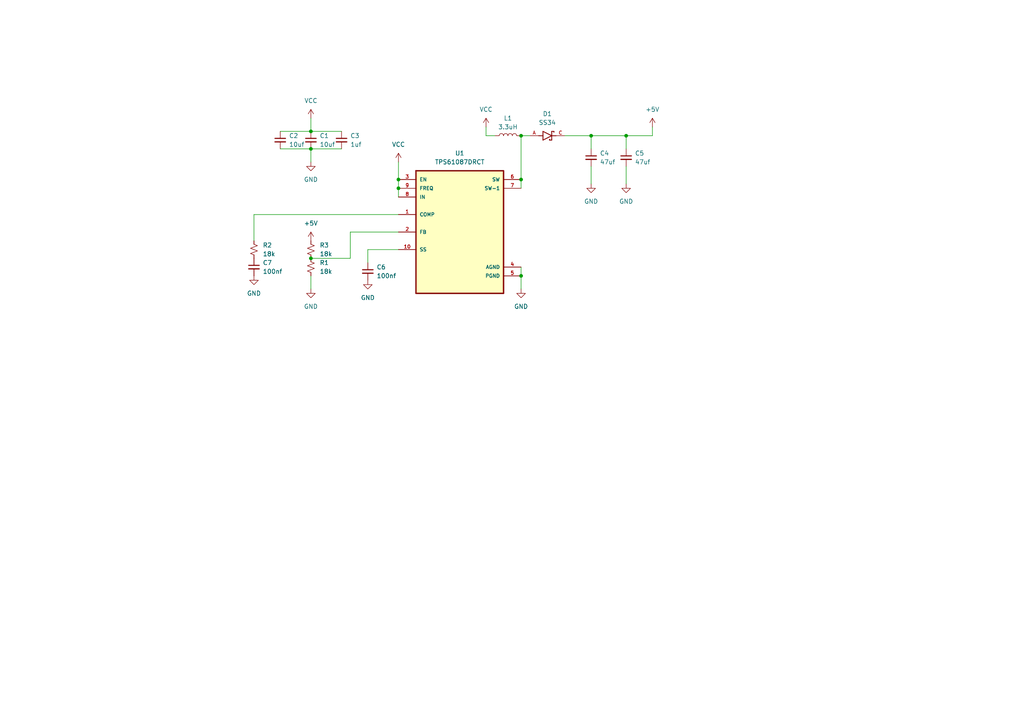
<source format=kicad_sch>
(kicad_sch (version 20230121) (generator eeschema)
  (paper "A4")
  (lib_symbols
    (symbol "Device:C_Small" (pin_numbers hide) (pin_names (offset 0.254) hide)
      (property "Reference" "C" (at 0.254 1.778 0))
      (property "Value" "C_Small" (at 0.254 -2.032 0))
      (symbol "C_Small_0_1"
        (polyline (pts (xy -1.524 -0.508) (xy 1.524 -0.508)) (stroke (width 0.3302)))
        (polyline (pts (xy -1.524 0.508) (xy 1.524 0.508)) (stroke (width 0.3048)))
      )
      (symbol "C_Small_1_1"
        (pin passive line (at 0 2.54 270) (length 2.032) (name "~") (number "1"))
        (pin passive line (at 0 -2.54 90) (length 2.032) (name "~") (number "2"))
      )
    )
    (symbol "Device:L" (pin_numbers hide) (pin_names (offset 1.016) hide)
      (property "Reference" "L" (at -1.27 0 90))
      (property "Value" "L" (at 1.905 0 90))
      (symbol "L_0_1"
        (arc (start 0 -2.54) (mid 0.6323 -1.905) (end 0 -1.27))
        (arc (start 0 -1.27) (mid 0.6323 -0.635) (end 0 0))
        (arc (start 0 0) (mid 0.6323 0.635) (end 0 1.27))
        (arc (start 0 1.27) (mid 0.6323 1.905) (end 0 2.54))
      )
      (symbol "L_1_1"
        (pin passive line (at 0 3.81 270) (length 1.27) (name "1") (number "1"))
        (pin passive line (at 0 -3.81 90) (length 1.27) (name "2") (number "2"))
      )
    )
    (symbol "Device:R_Small_US" (pin_numbers hide) (pin_names (offset 0.254) hide)
      (property "Reference" "R" (at 0.762 0.508 0))
      (property "Value" "R_Small_US" (at 0.762 -1.016 0))
      (symbol "R_Small_US_1_1"
        (polyline (pts (xy 0 0) (xy 1.016 -0.381) (xy 0 -0.762) (xy -1.016 -1.143) (xy 0 -1.524)))
        (polyline (pts (xy 0 1.524) (xy 1.016 1.143) (xy 0 0.762) (xy -1.016 0.381) (xy 0 0)))
        (pin passive line (at 0 2.54 270) (length 1.016) (name "~") (number "1"))
        (pin passive line (at 0 -2.54 90) (length 1.016) (name "~") (number "2"))
      )
    )
    (symbol "SS34:SS34" (pin_names (offset 1.016))
      (property "Reference" "D" (at -5.08 2.54 0))
      (property "Value" "SS34" (at -5.08 -3.81 0))
      (symbol "SS34_0_0"
        (polyline (pts (xy -2.54 0) (xy -1.27 0)) (stroke (width 0.254)))
        (polyline (pts (xy -1.27 -1.27) (xy 1.27 0)) (stroke (width 0.254)))
        (polyline (pts (xy -1.27 0) (xy -1.27 -1.27)) (stroke (width 0.254)))
        (polyline (pts (xy -1.27 1.27) (xy -1.27 0)) (stroke (width 0.254)))
        (polyline (pts (xy 0.635 -1.016) (xy 0.635 -1.27)) (stroke (width 0.254)))
        (polyline (pts (xy 1.27 -1.27) (xy 0.635 -1.27)) (stroke (width 0.254)))
        (polyline (pts (xy 1.27 0) (xy -1.27 1.27)) (stroke (width 0.254)))
        (polyline (pts (xy 1.27 0) (xy 1.27 -1.27)) (stroke (width 0.254)))
        (polyline (pts (xy 1.27 1.27) (xy 1.27 0)) (stroke (width 0.254)))
        (polyline (pts (xy 1.905 1.27) (xy 1.27 1.27)) (stroke (width 0.254)))
        (polyline (pts (xy 1.905 1.27) (xy 1.905 1.016)) (stroke (width 0.254)))
        (polyline (pts (xy 2.54 0) (xy 1.27 0)) (stroke (width 0.254)))
        (pin passive line (at -5.08 0 0) (length 2.54) (name "~") (number "A"))
        (pin passive line (at 5.08 0 180) (length 2.54) (name "~") (number "C"))
      )
    )
    (symbol "TPS61087DRCT:TPS61087DRCT" (pin_names (offset 1.016))
      (property "Reference" "U" (at -12.7 18.78 0))
      (property "Value" "TPS61087DRCT" (at -12.7 -21.78 0))
      (symbol "TPS61087DRCT_0_0"
        (rectangle (start -12.7 -17.78) (end 12.7 17.78) (stroke (width 0.41)) (fill (type background)))
        (pin bidirectional line (at -17.78 5.08 0) (length 5.08) (name "COMP") (number "1"))
        (pin bidirectional line (at -17.78 -5.08 0) (length 5.08) (name "SS") (number "10"))
        (pin bidirectional line (at -17.78 0 0) (length 5.08) (name "FB") (number "2"))
        (pin input line (at -17.78 15.24 0) (length 5.08) (name "EN") (number "3"))
        (pin power_in line (at 17.78 -10.16 180) (length 5.08) (name "AGND") (number "4"))
        (pin power_in line (at 17.78 -12.7 180) (length 5.08) (name "PGND") (number "5"))
        (pin output line (at 17.78 15.24 180) (length 5.08) (name "SW") (number "6"))
        (pin output line (at 17.78 12.7 180) (length 5.08) (name "SW-1") (number "7"))
        (pin input line (at -17.78 10.16 0) (length 5.08) (name "IN") (number "8"))
        (pin input line (at -17.78 12.7 0) (length 5.08) (name "FREQ") (number "9"))
      )
    )
    (symbol "power:+5V" (power) (pin_names (offset 0))
      (property "Value" "+5V" (at 0 3.556 0))
      (symbol "+5V_0_1"
        (polyline (pts (xy -0.762 1.27) (xy 0 2.54)))
        (polyline (pts (xy 0 0) (xy 0 2.54)))
        (polyline (pts (xy 0 2.54) (xy 0.762 1.27)))
      )
      (symbol "+5V_1_1"
        (pin power_in line (at 0 0 90) (length 0) hide (name "+5V") (number "1"))
      )
    )
    (symbol "power:GND" (power) (pin_names (offset 0))
      (property "Value" "GND" (at 0 -3.81 0))
      (symbol "GND_0_1"
        (polyline (pts (xy 0 0) (xy 0 -1.27) (xy 1.27 -1.27) (xy 0 -2.54) (xy -1.27 -1.27) (xy 0 -1.27)))
      )
      (symbol "GND_1_1"
        (pin power_in line (at 0 0 270) (length 0) hide (name "GND") (number "1"))
      )
    )
    (symbol "power:VCC" (power) (pin_names (offset 0))
      (property "Value" "VCC" (at 0 3.81 0))
      (symbol "VCC_0_1"
        (polyline (pts (xy -0.762 1.27) (xy 0 2.54)))
        (polyline (pts (xy 0 0) (xy 0 2.54)))
        (polyline (pts (xy 0 2.54) (xy 0.762 1.27)))
      )
      (symbol "VCC_1_1"
        (pin power_in line (at 0 0 90) (length 0) hide (name "VCC") (number "1"))
      )
    )
  )
  (junction (at 90.17 38.1))
  (junction (at 90.17 43.18))
  (junction (at 151.13 52.07))
  (junction (at 181.61 39.37))
  (junction (at 90.17 74.93))
  (junction (at 115.57 52.07))
  (junction (at 171.45 39.37))
  (junction (at 151.13 80.01))
  (junction (at 115.57 54.61))
  (junction (at 151.13 39.37))
  (wire (pts (xy 115.57 46.99) (xy 115.57 52.07)))
  (wire (pts (xy 106.68 76.2) (xy 106.68 72.39)))
  (wire (pts (xy 73.66 69.85) (xy 73.66 62.23)))
  (wire (pts (xy 151.13 77.47) (xy 151.13 80.01)))
  (wire (pts (xy 189.23 39.37) (xy 189.23 36.83)))
  (wire (pts (xy 151.13 52.07) (xy 151.13 54.61)))
  (wire (pts (xy 181.61 48.26) (xy 181.61 53.34)))
  (wire (pts (xy 73.66 62.23) (xy 115.57 62.23)))
  (wire (pts (xy 140.97 39.37) (xy 140.97 36.83)))
  (wire (pts (xy 181.61 39.37) (xy 181.61 43.18)))
  (wire (pts (xy 90.17 43.18) (xy 90.17 46.99)))
  (wire (pts (xy 163.83 39.37) (xy 171.45 39.37)))
  (wire (pts (xy 115.57 54.61) (xy 115.57 57.15)))
  (wire (pts (xy 151.13 39.37) (xy 153.67 39.37)))
  (wire (pts (xy 106.68 72.39) (xy 115.57 72.39)))
  (wire (pts (xy 151.13 39.37) (xy 151.13 52.07)))
  (wire (pts (xy 90.17 34.29) (xy 90.17 38.1)))
  (wire (pts (xy 115.57 52.07) (xy 115.57 54.61)))
  (wire (pts (xy 143.51 39.37) (xy 140.97 39.37)))
  (wire (pts (xy 101.6 67.31) (xy 101.6 74.93)))
  (wire (pts (xy 115.57 67.31) (xy 101.6 67.31)))
  (wire (pts (xy 90.17 38.1) (xy 99.06 38.1)))
  (wire (pts (xy 81.28 38.1) (xy 90.17 38.1)))
  (wire (pts (xy 101.6 74.93) (xy 90.17 74.93)))
  (wire (pts (xy 81.28 43.18) (xy 90.17 43.18)))
  (wire (pts (xy 151.13 80.01) (xy 151.13 83.82)))
  (wire (pts (xy 171.45 39.37) (xy 171.45 43.18)))
  (wire (pts (xy 171.45 39.37) (xy 181.61 39.37)))
  (wire (pts (xy 90.17 80.01) (xy 90.17 83.82)))
  (wire (pts (xy 171.45 48.26) (xy 171.45 53.34)))
  (wire (pts (xy 181.61 39.37) (xy 189.23 39.37)))
  (wire (pts (xy 90.17 43.18) (xy 99.06 43.18)))
  (symbol (lib_id "SS34:SS34") (at 158.75 39.37 0) (unit 1)
    (property "Reference" "D1" (at 158.75 33.02 0))
    (property "Value" "SS34" (at 158.75 35.56 0))
    (property "Footprint" "SS34:SS34" (effects hide))
    (property "MF" "Taiwan Semiconductor" (effects hide))
    (property "MAXIMUM_PACKAGE_HEIGHT" "2.65mm" (effects hide))
    (property "Package" "DO-214AB-2 Taiwan Semiconductor" (effects hide))
    (property "Price" "None" (effects hide))
    (property "Check_prices" "https://www.snapeda.com/parts/SS34/Taiwan+Semiconductor/view-part/?ref=eda" (effects hide))
    (property "STANDARD" "Manufacturer Recommendations" (effects hide))
    (property "PARTREV" "S2311" (effects hide))
    (property "SnapEDA_Link" "https://www.snapeda.com/parts/SS34/Taiwan+Semiconductor/view-part/?ref=snap" (effects hide))
    (property "MP" "SS34" (effects hide))
    (property "Purchase-URL" "https://www.snapeda.com/api/url_track_click_mouser/?unipart_id=4810221&manufacturer=Taiwan Semiconductor&part_name=SS34&search_term=ss34" (effects hide))
    (property "Description" "\n3A, 40V, Schottky Rectifier\n" (effects hide))
    (property "Availability" "In Stock" (effects hide))
    (property "MANUFACTURER" "Taiwan Semiconductor" (effects hide))
  )
  (symbol (lib_id "power:VCC") (at 115.57 46.99 0) (unit 1)
    (property "Reference" "#PWR01" (effects hide))
    (property "Value" "VCC" (at 115.57 41.91 0))
  )
  (symbol (lib_id "Device:R_Small_US") (at 90.17 72.39 0) (unit 1)
    (property "Reference" "R3" (at 92.71 71.12 0) (effects (justify left)))
    (property "Value" "18k" (at 92.71 73.66 0) (effects (justify left)))
    (property "Footprint" "Resistor_SMD:R_0805_2012Metric" (effects hide))
  )
  (symbol (lib_id "Device:L") (at 147.32 39.37 90) (unit 1)
    (property "Reference" "L1" (at 147.32 34.29 90))
    (property "Value" "3.3uH" (at 147.32 36.83 90))
    (property "Footprint" "CDRH104R:CDRH104R" (effects hide))
  )
  (symbol (lib_id "power:GND") (at 73.66 80.01 0) (unit 1)
    (property "Reference" "#PWR010" (effects hide))
    (property "Value" "GND" (at 73.66 85.09 0))
  )
  (symbol (lib_id "power:GND") (at 171.45 53.34 0) (unit 1)
    (property "Reference" "#PWR06" (effects hide))
    (property "Value" "GND" (at 171.45 58.42 0))
  )
  (symbol (lib_id "Device:C_Small") (at 106.68 78.74 0) (unit 1)
    (property "Reference" "C6" (at 109.22 77.4763 0) (effects (justify left)))
    (property "Value" "100nf" (at 109.22 80.0163 0) (effects (justify left)))
    (property "Footprint" "Capacitor_SMD:C_0805_2012Metric" (effects hide))
  )
  (symbol (lib_id "power:GND") (at 181.61 53.34 0) (unit 1)
    (property "Reference" "#PWR07" (effects hide))
    (property "Value" "GND" (at 181.61 58.42 0))
  )
  (symbol (lib_id "Device:R_Small_US") (at 90.17 77.47 0) (unit 1)
    (property "Reference" "R1" (at 92.71 76.2 0) (effects (justify left)))
    (property "Value" "18k" (at 92.71 78.74 0) (effects (justify left)))
    (property "Footprint" "Resistor_SMD:R_0805_2012Metric" (effects hide))
  )
  (symbol (lib_id "Device:C_Small") (at 171.45 45.72 0) (unit 1)
    (property "Reference" "C4" (at 173.99 44.4563 0) (effects (justify left)))
    (property "Value" "47uf" (at 173.99 46.9963 0) (effects (justify left)))
    (property "Footprint" "Capacitor_SMD:C_0805_2012Metric" (effects hide))
  )
  (symbol (lib_id "power:GND") (at 90.17 46.99 0) (unit 1)
    (property "Reference" "#PWR03" (effects hide))
    (property "Value" "GND" (at 90.17 52.07 0))
  )
  (symbol (lib_id "power:VCC") (at 90.17 34.29 0) (unit 1)
    (property "Reference" "#PWR02" (effects hide))
    (property "Value" "VCC" (at 90.17 29.21 0))
  )
  (symbol (lib_id "power:+5V") (at 189.23 36.83 0) (unit 1)
    (property "Reference" "#PWR09" (effects hide))
    (property "Value" "+5V" (at 189.23 31.75 0))
  )
  (symbol (lib_id "Device:C_Small") (at 99.06 40.64 0) (unit 1)
    (property "Reference" "C3" (at 101.6 39.3763 0) (effects (justify left)))
    (property "Value" "1uf" (at 101.6 41.9163 0) (effects (justify left)))
    (property "Footprint" "Capacitor_SMD:C_0805_2012Metric" (effects hide))
  )
  (symbol (lib_id "power:+5V") (at 90.17 69.85 0) (unit 1)
    (property "Reference" "#PWR012" (effects hide))
    (property "Value" "+5V" (at 90.17 64.77 0))
  )
  (symbol (lib_id "Device:R_Small_US") (at 73.66 72.39 0) (unit 1)
    (property "Reference" "R2" (at 76.2 71.12 0) (effects (justify left)))
    (property "Value" "18k" (at 76.2 73.66 0) (effects (justify left)))
    (property "Footprint" "Resistor_SMD:R_0805_2012Metric" (effects hide))
  )
  (symbol (lib_id "power:VCC") (at 140.97 36.83 0) (unit 1)
    (property "Reference" "#PWR05" (effects hide))
    (property "Value" "VCC" (at 140.97 31.75 0))
  )
  (symbol (lib_id "Device:C_Small") (at 81.28 40.64 0) (unit 1)
    (property "Reference" "C2" (at 83.82 39.3763 0) (effects (justify left)))
    (property "Value" "10uf" (at 83.82 41.9163 0) (effects (justify left)))
    (property "Footprint" "Capacitor_SMD:C_0805_2012Metric" (effects hide))
  )
  (symbol (lib_id "Device:C_Small") (at 90.17 40.64 0) (unit 1)
    (property "Reference" "C1" (at 92.71 39.3763 0) (effects (justify left)))
    (property "Value" "10uf" (at 92.71 41.9163 0) (effects (justify left)))
    (property "Footprint" "Capacitor_SMD:C_0805_2012Metric" (effects hide))
  )
  (symbol (lib_id "Device:C_Small") (at 181.61 45.72 0) (unit 1)
    (property "Reference" "C5" (at 184.15 44.4563 0) (effects (justify left)))
    (property "Value" "47uf" (at 184.15 46.9963 0) (effects (justify left)))
    (property "Footprint" "Capacitor_SMD:C_0805_2012Metric" (effects hide))
  )
  (symbol (lib_id "Device:C_Small") (at 73.66 77.47 0) (unit 1)
    (property "Reference" "C7" (at 76.2 76.2063 0) (effects (justify left)))
    (property "Value" "100nf" (at 76.2 78.7463 0) (effects (justify left)))
    (property "Footprint" "Capacitor_SMD:C_0805_2012Metric" (effects hide))
  )
  (symbol (lib_id "power:GND") (at 106.68 81.28 0) (unit 1)
    (property "Reference" "#PWR08" (effects hide))
    (property "Value" "GND" (at 106.68 86.36 0))
  )
  (symbol (lib_id "TPS61087DRCT:TPS61087DRCT") (at 133.35 67.31 0) (unit 1)
    (property "Reference" "U1" (at 133.35 44.45 0))
    (property "Value" "TPS61087DRCT" (at 133.35 46.99 0))
    (property "Footprint" "TPS61087DRCT:TPS61087DRCT" (effects hide))
    (property "MF" "Texas Instruments" (effects hide))
    (property "Description" "\n18.5-V, 3.2-A, 650-kHz / 1.2-MHz step-up DC/DC converter\n" (effects hide))
    (property "Package" "VSON-10 Texas Instruments" (effects hide))
    (property "Price" "None" (effects hide))
    (property "SnapEDA_Link" "https://www.snapeda.com/parts/TPS61087DRCT/Texas+Instruments/view-part/?ref=snap" (effects hide))
    (property "MP" "TPS61087DRCT" (effects hide))
    (property "Purchase-URL" "https://www.snapeda.com/api/url_track_click_mouser/?unipart_id=425909&manufacturer=Texas Instruments&part_name=TPS61087DRCT&search_term=tps61087" (effects hide))
    (property "Availability" "In Stock" (effects hide))
    (property "Check_prices" "https://www.snapeda.com/parts/TPS61087DRCT/Texas+Instruments/view-part/?ref=eda" (effects hide))
  )
  (symbol (lib_id "power:GND") (at 90.17 83.82 0) (unit 1)
    (property "Reference" "#PWR011" (effects hide))
    (property "Value" "GND" (at 90.17 88.9 0))
  )
  (symbol (lib_id "power:GND") (at 151.13 83.82 0) (unit 1)
    (property "Reference" "#PWR04" (effects hide))
    (property "Value" "GND" (at 151.13 88.9 0))
  )
)
</source>
